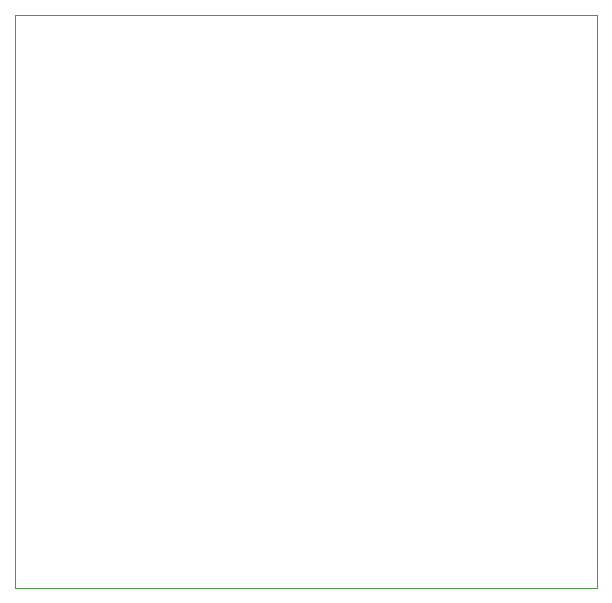
<source format=gbr>
%TF.GenerationSoftware,KiCad,Pcbnew,(6.0.5-0)*%
%TF.CreationDate,2024-08-31T21:20:10+10:00*%
%TF.ProjectId,AAInterceptor,4141496e-7465-4726-9365-70746f722e6b,rev?*%
%TF.SameCoordinates,Original*%
%TF.FileFunction,Profile,NP*%
%FSLAX46Y46*%
G04 Gerber Fmt 4.6, Leading zero omitted, Abs format (unit mm)*
G04 Created by KiCad (PCBNEW (6.0.5-0)) date 2024-08-31 21:20:10*
%MOMM*%
%LPD*%
G01*
G04 APERTURE LIST*
%TA.AperFunction,Profile*%
%ADD10C,0.100000*%
%TD*%
G04 APERTURE END LIST*
D10*
X17526000Y-13716000D02*
X66802000Y-13716000D01*
X66802000Y-13716000D02*
X66802000Y-62230000D01*
X66802000Y-62230000D02*
X17526000Y-62230000D01*
X17526000Y-62230000D02*
X17526000Y-13716000D01*
M02*

</source>
